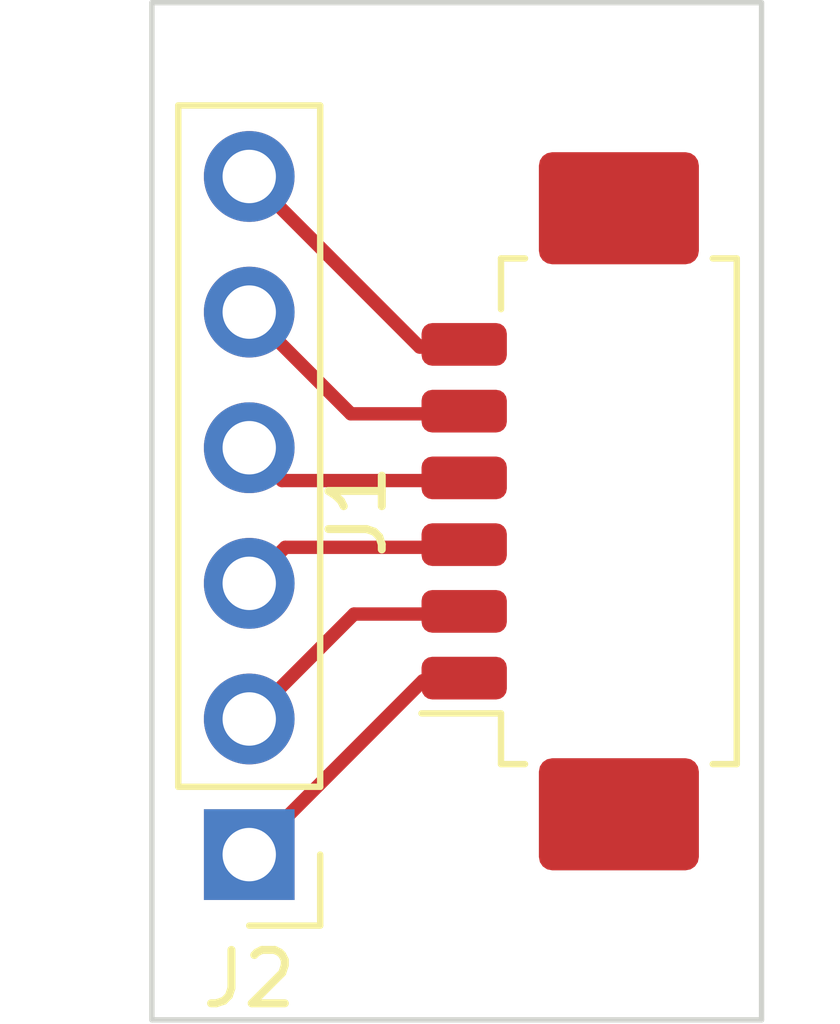
<source format=kicad_pcb>
(kicad_pcb (version 20171130) (host pcbnew 5.1.4-e60b266~84~ubuntu18.04.1)

  (general
    (thickness 1.6)
    (drawings 4)
    (tracks 12)
    (zones 0)
    (modules 2)
    (nets 7)
  )

  (page A4)
  (layers
    (0 F.Cu signal)
    (31 B.Cu signal)
    (32 B.Adhes user)
    (33 F.Adhes user)
    (34 B.Paste user)
    (35 F.Paste user)
    (36 B.SilkS user)
    (37 F.SilkS user)
    (38 B.Mask user)
    (39 F.Mask user)
    (40 Dwgs.User user)
    (41 Cmts.User user)
    (42 Eco1.User user)
    (43 Eco2.User user)
    (44 Edge.Cuts user)
    (45 Margin user)
    (46 B.CrtYd user)
    (47 F.CrtYd user)
    (48 B.Fab user)
    (49 F.Fab user)
  )

  (setup
    (last_trace_width 0.25)
    (trace_clearance 0.2)
    (zone_clearance 0.508)
    (zone_45_only no)
    (trace_min 0.2)
    (via_size 0.8)
    (via_drill 0.4)
    (via_min_size 0.4)
    (via_min_drill 0.3)
    (uvia_size 0.3)
    (uvia_drill 0.1)
    (uvias_allowed no)
    (uvia_min_size 0.2)
    (uvia_min_drill 0.1)
    (edge_width 0.05)
    (segment_width 0.2)
    (pcb_text_width 0.3)
    (pcb_text_size 1.5 1.5)
    (mod_edge_width 0.12)
    (mod_text_size 1 1)
    (mod_text_width 0.15)
    (pad_size 1.524 1.524)
    (pad_drill 0.762)
    (pad_to_mask_clearance 0.051)
    (solder_mask_min_width 0.25)
    (aux_axis_origin 0 0)
    (visible_elements FFFFFF7F)
    (pcbplotparams
      (layerselection 0x010fc_ffffffff)
      (usegerberextensions false)
      (usegerberattributes false)
      (usegerberadvancedattributes false)
      (creategerberjobfile false)
      (excludeedgelayer true)
      (linewidth 0.100000)
      (plotframeref false)
      (viasonmask false)
      (mode 1)
      (useauxorigin false)
      (hpglpennumber 1)
      (hpglpenspeed 20)
      (hpglpendiameter 15.000000)
      (psnegative false)
      (psa4output false)
      (plotreference true)
      (plotvalue true)
      (plotinvisibletext false)
      (padsonsilk false)
      (subtractmaskfromsilk false)
      (outputformat 1)
      (mirror false)
      (drillshape 0)
      (scaleselection 1)
      (outputdirectory "Gerber"))
  )

  (net 0 "")
  (net 1 "Net-(J1-Pad1)")
  (net 2 "Net-(J1-Pad2)")
  (net 3 "Net-(J1-Pad3)")
  (net 4 "Net-(J1-Pad4)")
  (net 5 "Net-(J1-Pad5)")
  (net 6 "Net-(J1-Pad6)")

  (net_class Default "This is the default net class."
    (clearance 0.2)
    (trace_width 0.25)
    (via_dia 0.8)
    (via_drill 0.4)
    (uvia_dia 0.3)
    (uvia_drill 0.1)
    (add_net "Net-(J1-Pad1)")
    (add_net "Net-(J1-Pad2)")
    (add_net "Net-(J1-Pad3)")
    (add_net "Net-(J1-Pad4)")
    (add_net "Net-(J1-Pad5)")
    (add_net "Net-(J1-Pad6)")
  )

  (module Connector_PinHeader_2.54mm:PinHeader_1x06_P2.54mm_Vertical (layer F.Cu) (tedit 59FED5CC) (tstamp 5CE631C2)
    (at 37.385001 81.994999 180)
    (descr "Through hole straight pin header, 1x06, 2.54mm pitch, single row")
    (tags "Through hole pin header THT 1x06 2.54mm single row")
    (path /5CE5E0A6)
    (fp_text reference J2 (at 0 -2.33) (layer F.SilkS)
      (effects (font (size 1 1) (thickness 0.15)))
    )
    (fp_text value Conn_01x06 (at 0 15.03) (layer F.Fab)
      (effects (font (size 1 1) (thickness 0.15)))
    )
    (fp_line (start -0.635 -1.27) (end 1.27 -1.27) (layer F.Fab) (width 0.1))
    (fp_line (start 1.27 -1.27) (end 1.27 13.97) (layer F.Fab) (width 0.1))
    (fp_line (start 1.27 13.97) (end -1.27 13.97) (layer F.Fab) (width 0.1))
    (fp_line (start -1.27 13.97) (end -1.27 -0.635) (layer F.Fab) (width 0.1))
    (fp_line (start -1.27 -0.635) (end -0.635 -1.27) (layer F.Fab) (width 0.1))
    (fp_line (start -1.33 14.03) (end 1.33 14.03) (layer F.SilkS) (width 0.12))
    (fp_line (start -1.33 1.27) (end -1.33 14.03) (layer F.SilkS) (width 0.12))
    (fp_line (start 1.33 1.27) (end 1.33 14.03) (layer F.SilkS) (width 0.12))
    (fp_line (start -1.33 1.27) (end 1.33 1.27) (layer F.SilkS) (width 0.12))
    (fp_line (start -1.33 0) (end -1.33 -1.33) (layer F.SilkS) (width 0.12))
    (fp_line (start -1.33 -1.33) (end 0 -1.33) (layer F.SilkS) (width 0.12))
    (fp_line (start -1.8 -1.8) (end -1.8 14.5) (layer F.CrtYd) (width 0.05))
    (fp_line (start -1.8 14.5) (end 1.8 14.5) (layer F.CrtYd) (width 0.05))
    (fp_line (start 1.8 14.5) (end 1.8 -1.8) (layer F.CrtYd) (width 0.05))
    (fp_line (start 1.8 -1.8) (end -1.8 -1.8) (layer F.CrtYd) (width 0.05))
    (fp_text user %R (at 0 6.35 90) (layer F.Fab)
      (effects (font (size 1 1) (thickness 0.15)))
    )
    (pad 1 thru_hole rect (at 0 0 180) (size 1.7 1.7) (drill 1) (layers *.Cu *.Mask)
      (net 1 "Net-(J1-Pad1)"))
    (pad 2 thru_hole oval (at 0 2.54 180) (size 1.7 1.7) (drill 1) (layers *.Cu *.Mask)
      (net 2 "Net-(J1-Pad2)"))
    (pad 3 thru_hole oval (at 0 5.08 180) (size 1.7 1.7) (drill 1) (layers *.Cu *.Mask)
      (net 3 "Net-(J1-Pad3)"))
    (pad 4 thru_hole oval (at 0 7.62 180) (size 1.7 1.7) (drill 1) (layers *.Cu *.Mask)
      (net 4 "Net-(J1-Pad4)"))
    (pad 5 thru_hole oval (at 0 10.16 180) (size 1.7 1.7) (drill 1) (layers *.Cu *.Mask)
      (net 5 "Net-(J1-Pad5)"))
    (pad 6 thru_hole oval (at 0 12.7 180) (size 1.7 1.7) (drill 1) (layers *.Cu *.Mask)
      (net 6 "Net-(J1-Pad6)"))
    (model ${KISYS3DMOD}/Connector_PinHeader_2.54mm.3dshapes/PinHeader_1x06_P2.54mm_Vertical.wrl
      (at (xyz 0 0 0))
      (scale (xyz 1 1 1))
      (rotate (xyz 0 0 0))
    )
  )

  (module Connector_Molex:Molex_PicoBlade_53261-0671_1x06-1MP_P1.25mm_Horizontal (layer F.Cu) (tedit 5B78AD89) (tstamp 5D564935)
    (at 43.815 75.565 90)
    (descr "Molex PicoBlade series connector, 53261-0671 (http://www.molex.com/pdm_docs/sd/532610271_sd.pdf), generated with kicad-footprint-generator")
    (tags "connector Molex PicoBlade top entry")
    (path /5CE5EA27)
    (attr smd)
    (fp_text reference J1 (at 0 -4.4 90) (layer F.SilkS)
      (effects (font (size 1 1) (thickness 0.15)))
    )
    (fp_text value Conn_01x07 (at 0 3.8 90) (layer F.Fab)
      (effects (font (size 1 1) (thickness 0.15)))
    )
    (fp_line (start -4.625 -1.6) (end 4.625 -1.6) (layer F.Fab) (width 0.1))
    (fp_line (start -4.735 -1.26) (end -4.735 -1.71) (layer F.SilkS) (width 0.12))
    (fp_line (start -4.735 -1.71) (end -3.785 -1.71) (layer F.SilkS) (width 0.12))
    (fp_line (start -3.785 -1.71) (end -3.785 -3.2) (layer F.SilkS) (width 0.12))
    (fp_line (start 4.735 -1.26) (end 4.735 -1.71) (layer F.SilkS) (width 0.12))
    (fp_line (start 4.735 -1.71) (end 3.785 -1.71) (layer F.SilkS) (width 0.12))
    (fp_line (start -4.735 2.26) (end -4.735 2.71) (layer F.SilkS) (width 0.12))
    (fp_line (start -4.735 2.71) (end 4.735 2.71) (layer F.SilkS) (width 0.12))
    (fp_line (start 4.735 2.71) (end 4.735 2.26) (layer F.SilkS) (width 0.12))
    (fp_line (start -4.625 2.6) (end 4.625 2.6) (layer F.Fab) (width 0.1))
    (fp_line (start -4.625 -1.6) (end -4.625 2.6) (layer F.Fab) (width 0.1))
    (fp_line (start 4.625 -1.6) (end 4.625 2.6) (layer F.Fab) (width 0.1))
    (fp_line (start -4.625 -0.6) (end -6.125 -0.6) (layer F.Fab) (width 0.1))
    (fp_line (start -6.125 -0.6) (end -6.325 -0.4) (layer F.Fab) (width 0.1))
    (fp_line (start -6.325 -0.4) (end -6.325 1.4) (layer F.Fab) (width 0.1))
    (fp_line (start -6.325 1.4) (end -6.125 1.6) (layer F.Fab) (width 0.1))
    (fp_line (start -6.125 1.6) (end -6.125 2.2) (layer F.Fab) (width 0.1))
    (fp_line (start -6.125 2.2) (end -4.625 2.2) (layer F.Fab) (width 0.1))
    (fp_line (start 4.625 -0.6) (end 6.125 -0.6) (layer F.Fab) (width 0.1))
    (fp_line (start 6.125 -0.6) (end 6.325 -0.4) (layer F.Fab) (width 0.1))
    (fp_line (start 6.325 -0.4) (end 6.325 1.4) (layer F.Fab) (width 0.1))
    (fp_line (start 6.325 1.4) (end 6.125 1.6) (layer F.Fab) (width 0.1))
    (fp_line (start 6.125 1.6) (end 6.125 2.2) (layer F.Fab) (width 0.1))
    (fp_line (start 6.125 2.2) (end 4.625 2.2) (layer F.Fab) (width 0.1))
    (fp_line (start -7.22 -3.7) (end -7.22 3.1) (layer F.CrtYd) (width 0.05))
    (fp_line (start -7.22 3.1) (end 7.22 3.1) (layer F.CrtYd) (width 0.05))
    (fp_line (start 7.22 3.1) (end 7.22 -3.7) (layer F.CrtYd) (width 0.05))
    (fp_line (start 7.22 -3.7) (end -7.22 -3.7) (layer F.CrtYd) (width 0.05))
    (fp_line (start -3.625 -1.6) (end -3.125 -0.892893) (layer F.Fab) (width 0.1))
    (fp_line (start -3.125 -0.892893) (end -2.625 -1.6) (layer F.Fab) (width 0.1))
    (fp_text user %R (at 0 1.9 90) (layer F.Fab)
      (effects (font (size 1 1) (thickness 0.15)))
    )
    (pad 1 smd roundrect (at -3.125 -2.4 90) (size 0.8 1.6) (layers F.Cu F.Paste F.Mask) (roundrect_rratio 0.25)
      (net 1 "Net-(J1-Pad1)"))
    (pad 2 smd roundrect (at -1.875 -2.4 90) (size 0.8 1.6) (layers F.Cu F.Paste F.Mask) (roundrect_rratio 0.25)
      (net 2 "Net-(J1-Pad2)"))
    (pad 3 smd roundrect (at -0.625 -2.4 90) (size 0.8 1.6) (layers F.Cu F.Paste F.Mask) (roundrect_rratio 0.25)
      (net 3 "Net-(J1-Pad3)"))
    (pad 4 smd roundrect (at 0.625 -2.4 90) (size 0.8 1.6) (layers F.Cu F.Paste F.Mask) (roundrect_rratio 0.25)
      (net 4 "Net-(J1-Pad4)"))
    (pad 5 smd roundrect (at 1.875 -2.4 90) (size 0.8 1.6) (layers F.Cu F.Paste F.Mask) (roundrect_rratio 0.25)
      (net 5 "Net-(J1-Pad5)"))
    (pad 6 smd roundrect (at 3.125 -2.4 90) (size 0.8 1.6) (layers F.Cu F.Paste F.Mask) (roundrect_rratio 0.25)
      (net 6 "Net-(J1-Pad6)"))
    (pad MP smd roundrect (at -5.675 0.5 90) (size 2.1 3) (layers F.Cu F.Paste F.Mask) (roundrect_rratio 0.119048))
    (pad MP smd roundrect (at 5.675 0.5 90) (size 2.1 3) (layers F.Cu F.Paste F.Mask) (roundrect_rratio 0.119048))
    (model ${KISYS3DMOD}/Connector_Molex.3dshapes/Molex_PicoBlade_53261-0671_1x06-1MP_P1.25mm_Horizontal.wrl
      (at (xyz 0 0 0))
      (scale (xyz 1 1 1))
      (rotate (xyz 0 0 0))
    )
  )

  (gr_line (start 46.99 85.09) (end 35.56 85.09) (layer Edge.Cuts) (width 0.1))
  (gr_line (start 46.99 66.04) (end 46.99 85.09) (layer Edge.Cuts) (width 0.1))
  (gr_line (start 35.56 66.04) (end 46.99 66.04) (layer Edge.Cuts) (width 0.1))
  (gr_line (start 35.56 85.09) (end 35.56 66.04) (layer Edge.Cuts) (width 0.1))

  (segment (start 40.64 78.74) (end 37.385001 81.994999) (width 0.25) (layer F.Cu) (net 1))
  (segment (start 41.91 78.74) (end 40.64 78.74) (width 0.25) (layer F.Cu) (net 1))
  (segment (start 39.35 77.49) (end 37.385001 79.454999) (width 0.25) (layer F.Cu) (net 2))
  (segment (start 41.91 77.49) (end 39.35 77.49) (width 0.25) (layer F.Cu) (net 2))
  (segment (start 38.06 76.24) (end 37.385001 76.914999) (width 0.25) (layer F.Cu) (net 3))
  (segment (start 41.91 76.24) (end 38.06 76.24) (width 0.25) (layer F.Cu) (net 3))
  (segment (start 38.000002 74.99) (end 37.385001 74.374999) (width 0.25) (layer F.Cu) (net 4))
  (segment (start 41.91 74.99) (end 38.000002 74.99) (width 0.25) (layer F.Cu) (net 4))
  (segment (start 39.290002 73.74) (end 37.385001 71.834999) (width 0.25) (layer F.Cu) (net 5))
  (segment (start 41.91 73.74) (end 39.290002 73.74) (width 0.25) (layer F.Cu) (net 5))
  (segment (start 40.580002 72.49) (end 37.385001 69.294999) (width 0.25) (layer F.Cu) (net 6))
  (segment (start 41.91 72.49) (end 40.580002 72.49) (width 0.25) (layer F.Cu) (net 6))

)

</source>
